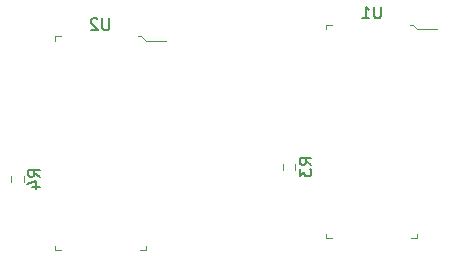
<source format=gbr>
%TF.GenerationSoftware,KiCad,Pcbnew,(6.0.9)*%
%TF.CreationDate,2022-12-02T11:24:13-08:00*%
%TF.ProjectId,keyboard_right,6b657962-6f61-4726-945f-72696768742e,rev?*%
%TF.SameCoordinates,Original*%
%TF.FileFunction,Legend,Bot*%
%TF.FilePolarity,Positive*%
%FSLAX46Y46*%
G04 Gerber Fmt 4.6, Leading zero omitted, Abs format (unit mm)*
G04 Created by KiCad (PCBNEW (6.0.9)) date 2022-12-02 11:24:13*
%MOMM*%
%LPD*%
G01*
G04 APERTURE LIST*
%ADD10C,0.150000*%
%ADD11C,0.100000*%
%ADD12C,0.120000*%
G04 APERTURE END LIST*
D10*
%TO.C,U2*%
X104559404Y-24412380D02*
X104559404Y-25221904D01*
X104511785Y-25317142D01*
X104464166Y-25364761D01*
X104368928Y-25412380D01*
X104178452Y-25412380D01*
X104083214Y-25364761D01*
X104035595Y-25317142D01*
X103987976Y-25221904D01*
X103987976Y-24412380D01*
X103559404Y-24507619D02*
X103511785Y-24460000D01*
X103416547Y-24412380D01*
X103178452Y-24412380D01*
X103083214Y-24460000D01*
X103035595Y-24507619D01*
X102987976Y-24602857D01*
X102987976Y-24698095D01*
X103035595Y-24840952D01*
X103607023Y-25412380D01*
X102987976Y-25412380D01*
%TO.C,U1*%
X127559404Y-23412380D02*
X127559404Y-24221904D01*
X127511785Y-24317142D01*
X127464166Y-24364761D01*
X127368928Y-24412380D01*
X127178452Y-24412380D01*
X127083214Y-24364761D01*
X127035595Y-24317142D01*
X126987976Y-24221904D01*
X126987976Y-23412380D01*
X125987976Y-24412380D02*
X126559404Y-24412380D01*
X126273690Y-24412380D02*
X126273690Y-23412380D01*
X126368928Y-23555238D01*
X126464166Y-23650476D01*
X126559404Y-23698095D01*
%TO.C,R4*%
X98679880Y-37833333D02*
X98203690Y-37500000D01*
X98679880Y-37261904D02*
X97679880Y-37261904D01*
X97679880Y-37642857D01*
X97727500Y-37738095D01*
X97775119Y-37785714D01*
X97870357Y-37833333D01*
X98013214Y-37833333D01*
X98108452Y-37785714D01*
X98156071Y-37738095D01*
X98203690Y-37642857D01*
X98203690Y-37261904D01*
X98013214Y-38690476D02*
X98679880Y-38690476D01*
X97632261Y-38452380D02*
X98346547Y-38214285D01*
X98346547Y-38833333D01*
%TO.C,R3*%
X121679880Y-36833333D02*
X121203690Y-36500000D01*
X121679880Y-36261904D02*
X120679880Y-36261904D01*
X120679880Y-36642857D01*
X120727500Y-36738095D01*
X120775119Y-36785714D01*
X120870357Y-36833333D01*
X121013214Y-36833333D01*
X121108452Y-36785714D01*
X121156071Y-36738095D01*
X121203690Y-36642857D01*
X121203690Y-36261904D01*
X120679880Y-37166666D02*
X120679880Y-37785714D01*
X121060833Y-37452380D01*
X121060833Y-37595238D01*
X121108452Y-37690476D01*
X121156071Y-37738095D01*
X121251309Y-37785714D01*
X121489404Y-37785714D01*
X121584642Y-37738095D01*
X121632261Y-37690476D01*
X121679880Y-37595238D01*
X121679880Y-37309523D01*
X121632261Y-37214285D01*
X121584642Y-37166666D01*
D11*
%TO.C,U2*%
X107647500Y-26350000D02*
X107247500Y-25950000D01*
X107247500Y-25950000D02*
X106997500Y-25950000D01*
X107647500Y-44050000D02*
X107647500Y-43650000D01*
X107647500Y-44050000D02*
X107147500Y-44050000D01*
X99947500Y-44050000D02*
X99947500Y-43650000D01*
X99947500Y-44050000D02*
X100447500Y-44050000D01*
X99947500Y-25950000D02*
X99947500Y-26350000D01*
X99947500Y-25950000D02*
X100447500Y-25950000D01*
X107647500Y-26350000D02*
X109347500Y-26350000D01*
%TO.C,U1*%
X130647500Y-25350000D02*
X130247500Y-24950000D01*
X130247500Y-24950000D02*
X129997500Y-24950000D01*
X130647500Y-43050000D02*
X130647500Y-42650000D01*
X130647500Y-43050000D02*
X130147500Y-43050000D01*
X122947500Y-43050000D02*
X122947500Y-42650000D01*
X122947500Y-43050000D02*
X123447500Y-43050000D01*
X122947500Y-24950000D02*
X122947500Y-25350000D01*
X122947500Y-24950000D02*
X123447500Y-24950000D01*
X130647500Y-25350000D02*
X132347500Y-25350000D01*
D12*
%TO.C,R4*%
X97320000Y-38254724D02*
X97320000Y-37745276D01*
X96275000Y-38254724D02*
X96275000Y-37745276D01*
%TO.C,R3*%
X120320000Y-37254724D02*
X120320000Y-36745276D01*
X119275000Y-37254724D02*
X119275000Y-36745276D01*
%TD*%
M02*

</source>
